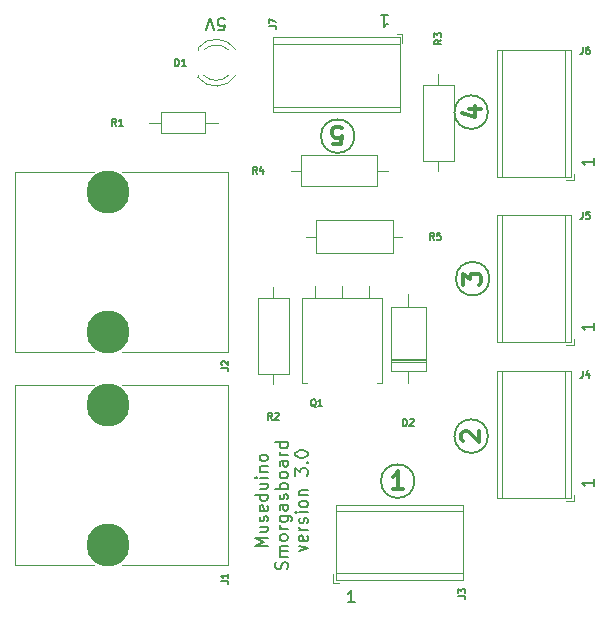
<source format=gbr>
G04 #@! TF.GenerationSoftware,KiCad,Pcbnew,(6.0.1-0)*
G04 #@! TF.CreationDate,2022-07-15T13:54:37-06:00*
G04 #@! TF.ProjectId,Muse_smorgas_v3.0.1_screwterminal,4d757365-5f73-46d6-9f72-6761735f7633,Smorg_3.0*
G04 #@! TF.SameCoordinates,Original*
G04 #@! TF.FileFunction,Legend,Top*
G04 #@! TF.FilePolarity,Positive*
%FSLAX46Y46*%
G04 Gerber Fmt 4.6, Leading zero omitted, Abs format (unit mm)*
G04 Created by KiCad (PCBNEW (6.0.1-0)) date 2022-07-15 13:54:37*
%MOMM*%
%LPD*%
G01*
G04 APERTURE LIST*
%ADD10C,0.200000*%
%ADD11C,0.152400*%
%ADD12C,0.300000*%
%ADD13C,0.150000*%
%ADD14C,0.120000*%
%ADD15C,3.650000*%
G04 APERTURE END LIST*
D10*
X44667714Y-25956380D02*
X45248285Y-25956380D01*
X44958000Y-25956380D02*
X44958000Y-26972380D01*
X45054761Y-26827238D01*
X45151523Y-26730476D01*
X45248285Y-26682095D01*
X62689619Y-38063714D02*
X62689619Y-38644285D01*
X62689619Y-38354000D02*
X61673619Y-38354000D01*
X61818761Y-38450761D01*
X61915523Y-38547523D01*
X61963904Y-38644285D01*
X62689619Y-52033714D02*
X62689619Y-52614285D01*
X62689619Y-52324000D02*
X61673619Y-52324000D01*
X61818761Y-52420761D01*
X61915523Y-52517523D01*
X61963904Y-52614285D01*
X62689619Y-65241714D02*
X62689619Y-65822285D01*
X62689619Y-65532000D02*
X61673619Y-65532000D01*
X61818761Y-65628761D01*
X61915523Y-65725523D01*
X61963904Y-65822285D01*
D11*
X35106500Y-70906000D02*
X34056500Y-70906000D01*
X34806500Y-70556000D01*
X34056500Y-70206000D01*
X35106500Y-70206000D01*
X34406500Y-69256000D02*
X35106500Y-69256000D01*
X34406500Y-69706000D02*
X34956500Y-69706000D01*
X35056500Y-69656000D01*
X35106500Y-69556000D01*
X35106500Y-69406000D01*
X35056500Y-69306000D01*
X35006500Y-69256000D01*
X35056500Y-68806000D02*
X35106500Y-68706000D01*
X35106500Y-68506000D01*
X35056500Y-68406000D01*
X34956500Y-68356000D01*
X34906500Y-68356000D01*
X34806500Y-68406000D01*
X34756500Y-68506000D01*
X34756500Y-68656000D01*
X34706500Y-68756000D01*
X34606500Y-68806000D01*
X34556500Y-68806000D01*
X34456500Y-68756000D01*
X34406500Y-68656000D01*
X34406500Y-68506000D01*
X34456500Y-68406000D01*
X35056500Y-67506000D02*
X35106500Y-67606000D01*
X35106500Y-67806000D01*
X35056500Y-67906000D01*
X34956500Y-67956000D01*
X34556500Y-67956000D01*
X34456500Y-67906000D01*
X34406500Y-67806000D01*
X34406500Y-67606000D01*
X34456500Y-67506000D01*
X34556500Y-67456000D01*
X34656500Y-67456000D01*
X34756500Y-67956000D01*
X35106500Y-66556000D02*
X34056500Y-66556000D01*
X35056500Y-66556000D02*
X35106500Y-66656000D01*
X35106500Y-66856000D01*
X35056500Y-66956000D01*
X35006500Y-67006000D01*
X34906500Y-67056000D01*
X34606500Y-67056000D01*
X34506500Y-67006000D01*
X34456500Y-66956000D01*
X34406500Y-66856000D01*
X34406500Y-66656000D01*
X34456500Y-66556000D01*
X34406500Y-65606000D02*
X35106500Y-65606000D01*
X34406500Y-66056000D02*
X34956500Y-66056000D01*
X35056500Y-66006000D01*
X35106500Y-65906000D01*
X35106500Y-65756000D01*
X35056500Y-65656000D01*
X35006500Y-65606000D01*
X35106500Y-65106000D02*
X34406500Y-65106000D01*
X34056500Y-65106000D02*
X34106500Y-65156000D01*
X34156500Y-65106000D01*
X34106500Y-65056000D01*
X34056500Y-65106000D01*
X34156500Y-65106000D01*
X34406500Y-64606000D02*
X35106500Y-64606000D01*
X34506500Y-64606000D02*
X34456500Y-64556000D01*
X34406500Y-64456000D01*
X34406500Y-64306000D01*
X34456500Y-64206000D01*
X34556500Y-64156000D01*
X35106500Y-64156000D01*
X35106500Y-63506000D02*
X35056500Y-63606000D01*
X35006500Y-63656000D01*
X34906500Y-63706000D01*
X34606500Y-63706000D01*
X34506500Y-63656000D01*
X34456500Y-63606000D01*
X34406500Y-63506000D01*
X34406500Y-63356000D01*
X34456500Y-63256000D01*
X34506500Y-63206000D01*
X34606500Y-63156000D01*
X34906500Y-63156000D01*
X35006500Y-63206000D01*
X35056500Y-63256000D01*
X35106500Y-63356000D01*
X35106500Y-63506000D01*
X36747000Y-72856000D02*
X36797000Y-72706000D01*
X36797000Y-72456000D01*
X36747000Y-72356000D01*
X36697000Y-72306000D01*
X36597000Y-72256000D01*
X36497000Y-72256000D01*
X36397000Y-72306000D01*
X36347000Y-72356000D01*
X36297000Y-72456000D01*
X36247000Y-72656000D01*
X36197000Y-72756000D01*
X36147000Y-72806000D01*
X36047000Y-72856000D01*
X35947000Y-72856000D01*
X35847000Y-72806000D01*
X35797000Y-72756000D01*
X35747000Y-72656000D01*
X35747000Y-72406000D01*
X35797000Y-72256000D01*
X36797000Y-71806000D02*
X36097000Y-71806000D01*
X36197000Y-71806000D02*
X36147000Y-71756000D01*
X36097000Y-71656000D01*
X36097000Y-71506000D01*
X36147000Y-71406000D01*
X36247000Y-71356000D01*
X36797000Y-71356000D01*
X36247000Y-71356000D02*
X36147000Y-71306000D01*
X36097000Y-71206000D01*
X36097000Y-71056000D01*
X36147000Y-70956000D01*
X36247000Y-70906000D01*
X36797000Y-70906000D01*
X36797000Y-70256000D02*
X36747000Y-70356000D01*
X36697000Y-70406000D01*
X36597000Y-70456000D01*
X36297000Y-70456000D01*
X36197000Y-70406000D01*
X36147000Y-70356000D01*
X36097000Y-70256000D01*
X36097000Y-70106000D01*
X36147000Y-70006000D01*
X36197000Y-69956000D01*
X36297000Y-69906000D01*
X36597000Y-69906000D01*
X36697000Y-69956000D01*
X36747000Y-70006000D01*
X36797000Y-70106000D01*
X36797000Y-70256000D01*
X36797000Y-69456000D02*
X36097000Y-69456000D01*
X36297000Y-69456000D02*
X36197000Y-69406000D01*
X36147000Y-69356000D01*
X36097000Y-69256000D01*
X36097000Y-69156000D01*
X36097000Y-68356000D02*
X36947000Y-68356000D01*
X37047000Y-68406000D01*
X37097000Y-68456000D01*
X37147000Y-68556000D01*
X37147000Y-68706000D01*
X37097000Y-68806000D01*
X36747000Y-68356000D02*
X36797000Y-68456000D01*
X36797000Y-68656000D01*
X36747000Y-68756000D01*
X36697000Y-68806000D01*
X36597000Y-68856000D01*
X36297000Y-68856000D01*
X36197000Y-68806000D01*
X36147000Y-68756000D01*
X36097000Y-68656000D01*
X36097000Y-68456000D01*
X36147000Y-68356000D01*
X36797000Y-67406000D02*
X36247000Y-67406000D01*
X36147000Y-67456000D01*
X36097000Y-67556000D01*
X36097000Y-67756000D01*
X36147000Y-67856000D01*
X36747000Y-67406000D02*
X36797000Y-67506000D01*
X36797000Y-67756000D01*
X36747000Y-67856000D01*
X36647000Y-67906000D01*
X36547000Y-67906000D01*
X36447000Y-67856000D01*
X36397000Y-67756000D01*
X36397000Y-67506000D01*
X36347000Y-67406000D01*
X36747000Y-66956000D02*
X36797000Y-66856000D01*
X36797000Y-66656000D01*
X36747000Y-66556000D01*
X36647000Y-66506000D01*
X36597000Y-66506000D01*
X36497000Y-66556000D01*
X36447000Y-66656000D01*
X36447000Y-66806000D01*
X36397000Y-66906000D01*
X36297000Y-66956000D01*
X36247000Y-66956000D01*
X36147000Y-66906000D01*
X36097000Y-66806000D01*
X36097000Y-66656000D01*
X36147000Y-66556000D01*
X36797000Y-66056000D02*
X35747000Y-66056000D01*
X36147000Y-66056000D02*
X36097000Y-65956000D01*
X36097000Y-65756000D01*
X36147000Y-65656000D01*
X36197000Y-65606000D01*
X36297000Y-65556000D01*
X36597000Y-65556000D01*
X36697000Y-65606000D01*
X36747000Y-65656000D01*
X36797000Y-65756000D01*
X36797000Y-65956000D01*
X36747000Y-66056000D01*
X36797000Y-64956000D02*
X36747000Y-65056000D01*
X36697000Y-65106000D01*
X36597000Y-65156000D01*
X36297000Y-65156000D01*
X36197000Y-65106000D01*
X36147000Y-65056000D01*
X36097000Y-64956000D01*
X36097000Y-64806000D01*
X36147000Y-64706000D01*
X36197000Y-64656000D01*
X36297000Y-64606000D01*
X36597000Y-64606000D01*
X36697000Y-64656000D01*
X36747000Y-64706000D01*
X36797000Y-64806000D01*
X36797000Y-64956000D01*
X36797000Y-63706000D02*
X36247000Y-63706000D01*
X36147000Y-63756000D01*
X36097000Y-63856000D01*
X36097000Y-64056000D01*
X36147000Y-64156000D01*
X36747000Y-63706000D02*
X36797000Y-63806000D01*
X36797000Y-64056000D01*
X36747000Y-64156000D01*
X36647000Y-64206000D01*
X36547000Y-64206000D01*
X36447000Y-64156000D01*
X36397000Y-64056000D01*
X36397000Y-63806000D01*
X36347000Y-63706000D01*
X36797000Y-63206000D02*
X36097000Y-63206000D01*
X36297000Y-63206000D02*
X36197000Y-63156000D01*
X36147000Y-63106000D01*
X36097000Y-63006000D01*
X36097000Y-62906000D01*
X36797000Y-62106000D02*
X35747000Y-62106000D01*
X36747000Y-62106000D02*
X36797000Y-62206000D01*
X36797000Y-62406000D01*
X36747000Y-62506000D01*
X36697000Y-62556000D01*
X36597000Y-62606000D01*
X36297000Y-62606000D01*
X36197000Y-62556000D01*
X36147000Y-62506000D01*
X36097000Y-62406000D01*
X36097000Y-62206000D01*
X36147000Y-62106000D01*
X37787500Y-71356000D02*
X38487500Y-71106000D01*
X37787500Y-70856000D01*
X38437500Y-70056000D02*
X38487500Y-70156000D01*
X38487500Y-70356000D01*
X38437500Y-70456000D01*
X38337500Y-70506000D01*
X37937500Y-70506000D01*
X37837500Y-70456000D01*
X37787500Y-70356000D01*
X37787500Y-70156000D01*
X37837500Y-70056000D01*
X37937500Y-70006000D01*
X38037500Y-70006000D01*
X38137500Y-70506000D01*
X38487500Y-69556000D02*
X37787500Y-69556000D01*
X37987500Y-69556000D02*
X37887500Y-69506000D01*
X37837500Y-69456000D01*
X37787500Y-69356000D01*
X37787500Y-69256000D01*
X38437500Y-68956000D02*
X38487500Y-68856000D01*
X38487500Y-68656000D01*
X38437500Y-68556000D01*
X38337500Y-68506000D01*
X38287500Y-68506000D01*
X38187500Y-68556000D01*
X38137500Y-68656000D01*
X38137500Y-68806000D01*
X38087500Y-68906000D01*
X37987500Y-68956000D01*
X37937500Y-68956000D01*
X37837500Y-68906000D01*
X37787500Y-68806000D01*
X37787500Y-68656000D01*
X37837500Y-68556000D01*
X38487500Y-68056000D02*
X37787500Y-68056000D01*
X37437500Y-68056000D02*
X37487500Y-68106000D01*
X37537500Y-68056000D01*
X37487500Y-68006000D01*
X37437500Y-68056000D01*
X37537500Y-68056000D01*
X38487500Y-67406000D02*
X38437500Y-67506000D01*
X38387500Y-67556000D01*
X38287500Y-67606000D01*
X37987500Y-67606000D01*
X37887500Y-67556000D01*
X37837500Y-67506000D01*
X37787500Y-67406000D01*
X37787500Y-67256000D01*
X37837500Y-67156000D01*
X37887500Y-67106000D01*
X37987500Y-67056000D01*
X38287500Y-67056000D01*
X38387500Y-67106000D01*
X38437500Y-67156000D01*
X38487500Y-67256000D01*
X38487500Y-67406000D01*
X37787500Y-66606000D02*
X38487500Y-66606000D01*
X37887500Y-66606000D02*
X37837500Y-66556000D01*
X37787500Y-66456000D01*
X37787500Y-66306000D01*
X37837500Y-66206000D01*
X37937500Y-66156000D01*
X38487500Y-66156000D01*
X37437500Y-64956000D02*
X37437500Y-64306000D01*
X37837500Y-64656000D01*
X37837500Y-64506000D01*
X37887500Y-64406000D01*
X37937500Y-64356000D01*
X38037500Y-64306000D01*
X38287500Y-64306000D01*
X38387500Y-64356000D01*
X38437500Y-64406000D01*
X38487500Y-64506000D01*
X38487500Y-64806000D01*
X38437500Y-64906000D01*
X38387500Y-64956000D01*
X38387500Y-63856000D02*
X38437500Y-63806000D01*
X38487500Y-63856000D01*
X38437500Y-63906000D01*
X38387500Y-63856000D01*
X38487500Y-63856000D01*
X37437500Y-63156000D02*
X37437500Y-63056000D01*
X37487500Y-62956000D01*
X37537500Y-62906000D01*
X37637500Y-62856000D01*
X37837500Y-62806000D01*
X38087500Y-62806000D01*
X38287500Y-62856000D01*
X38387500Y-62906000D01*
X38437500Y-62956000D01*
X38487500Y-63056000D01*
X38487500Y-63156000D01*
X38437500Y-63256000D01*
X38387500Y-63306000D01*
X38287500Y-63356000D01*
X38087500Y-63406000D01*
X37837500Y-63406000D01*
X37637500Y-63356000D01*
X37537500Y-63306000D01*
X37487500Y-63256000D01*
X37437500Y-63156000D01*
X30927523Y-27226380D02*
X31411333Y-27226380D01*
X31459714Y-26742571D01*
X31411333Y-26790952D01*
X31314571Y-26839333D01*
X31072666Y-26839333D01*
X30975904Y-26790952D01*
X30927523Y-26742571D01*
X30879142Y-26645809D01*
X30879142Y-26403904D01*
X30927523Y-26307142D01*
X30975904Y-26258761D01*
X31072666Y-26210380D01*
X31314571Y-26210380D01*
X31411333Y-26258761D01*
X31459714Y-26307142D01*
X30588857Y-27226380D02*
X30250190Y-26210380D01*
X29911523Y-27226380D01*
D10*
X42454285Y-75643619D02*
X41873714Y-75643619D01*
X42164000Y-75643619D02*
X42164000Y-74627619D01*
X42067238Y-74772761D01*
X41970476Y-74869523D01*
X41873714Y-74917904D01*
D12*
X52129571Y-33877285D02*
X53129571Y-33877285D01*
X51558142Y-34234428D02*
X52629571Y-34591571D01*
X52629571Y-33663000D01*
D10*
X53743903Y-34163000D02*
G75*
G03*
X53743903Y-34163000I-1419903J0D01*
G01*
D12*
X40618857Y-36897428D02*
X41333142Y-36897428D01*
X41404571Y-36183142D01*
X41333142Y-36254571D01*
X41190285Y-36326000D01*
X40833142Y-36326000D01*
X40690285Y-36254571D01*
X40618857Y-36183142D01*
X40547428Y-36040285D01*
X40547428Y-35683142D01*
X40618857Y-35540285D01*
X40690285Y-35468857D01*
X40833142Y-35397428D01*
X41190285Y-35397428D01*
X41333142Y-35468857D01*
X41404571Y-35540285D01*
D10*
X42440903Y-36195000D02*
G75*
G03*
X42440903Y-36195000I-1419903J0D01*
G01*
D12*
X51629571Y-48760000D02*
X51629571Y-47831428D01*
X52201000Y-48331428D01*
X52201000Y-48117142D01*
X52272428Y-47974285D01*
X52343857Y-47902857D01*
X52486714Y-47831428D01*
X52843857Y-47831428D01*
X52986714Y-47902857D01*
X53058142Y-47974285D01*
X53129571Y-48117142D01*
X53129571Y-48545714D01*
X53058142Y-48688571D01*
X52986714Y-48760000D01*
D10*
X53870903Y-48260000D02*
G75*
G03*
X53870903Y-48260000I-1419903J0D01*
G01*
X47520903Y-65405000D02*
G75*
G03*
X47520903Y-65405000I-1419903J0D01*
G01*
X53743903Y-61595000D02*
G75*
G03*
X53743903Y-61595000I-1419903J0D01*
G01*
D12*
X51645428Y-62023571D02*
X51574000Y-61952142D01*
X51502571Y-61809285D01*
X51502571Y-61452142D01*
X51574000Y-61309285D01*
X51645428Y-61237857D01*
X51788285Y-61166428D01*
X51931142Y-61166428D01*
X52145428Y-61237857D01*
X53002571Y-62095000D01*
X53002571Y-61166428D01*
X46529571Y-66083571D02*
X45672428Y-66083571D01*
X46101000Y-66083571D02*
X46101000Y-64583571D01*
X45958142Y-64797857D01*
X45815285Y-64940714D01*
X45672428Y-65012142D01*
D13*
X61776000Y-28627428D02*
X61776000Y-29056000D01*
X61747428Y-29141714D01*
X61690285Y-29198857D01*
X61604571Y-29227428D01*
X61547428Y-29227428D01*
X62318857Y-28627428D02*
X62204571Y-28627428D01*
X62147428Y-28656000D01*
X62118857Y-28684571D01*
X62061714Y-28770285D01*
X62033142Y-28884571D01*
X62033142Y-29113142D01*
X62061714Y-29170285D01*
X62090285Y-29198857D01*
X62147428Y-29227428D01*
X62261714Y-29227428D01*
X62318857Y-29198857D01*
X62347428Y-29170285D01*
X62376000Y-29113142D01*
X62376000Y-28970285D01*
X62347428Y-28913142D01*
X62318857Y-28884571D01*
X62261714Y-28856000D01*
X62147428Y-28856000D01*
X62090285Y-28884571D01*
X62061714Y-28913142D01*
X62033142Y-28970285D01*
X61776000Y-56059428D02*
X61776000Y-56488000D01*
X61747428Y-56573714D01*
X61690285Y-56630857D01*
X61604571Y-56659428D01*
X61547428Y-56659428D01*
X62318857Y-56259428D02*
X62318857Y-56659428D01*
X62176000Y-56030857D02*
X62033142Y-56459428D01*
X62404571Y-56459428D01*
X61776000Y-42597428D02*
X61776000Y-43026000D01*
X61747428Y-43111714D01*
X61690285Y-43168857D01*
X61604571Y-43197428D01*
X61547428Y-43197428D01*
X62347428Y-42597428D02*
X62061714Y-42597428D01*
X62033142Y-42883142D01*
X62061714Y-42854571D01*
X62118857Y-42826000D01*
X62261714Y-42826000D01*
X62318857Y-42854571D01*
X62347428Y-42883142D01*
X62376000Y-42940285D01*
X62376000Y-43083142D01*
X62347428Y-43140285D01*
X62318857Y-43168857D01*
X62261714Y-43197428D01*
X62118857Y-43197428D01*
X62061714Y-43168857D01*
X62033142Y-43140285D01*
X51233428Y-75130000D02*
X51662000Y-75130000D01*
X51747714Y-75158571D01*
X51804857Y-75215714D01*
X51833428Y-75301428D01*
X51833428Y-75358571D01*
X51233428Y-74901428D02*
X51233428Y-74530000D01*
X51462000Y-74730000D01*
X51462000Y-74644285D01*
X51490571Y-74587142D01*
X51519142Y-74558571D01*
X51576285Y-74530000D01*
X51719142Y-74530000D01*
X51776285Y-74558571D01*
X51804857Y-74587142D01*
X51833428Y-74644285D01*
X51833428Y-74815714D01*
X51804857Y-74872857D01*
X51776285Y-74901428D01*
X35231428Y-26870000D02*
X35660000Y-26870000D01*
X35745714Y-26898571D01*
X35802857Y-26955714D01*
X35831428Y-27041428D01*
X35831428Y-27098571D01*
X35231428Y-26641428D02*
X35231428Y-26241428D01*
X35831428Y-26498571D01*
X46547142Y-60723428D02*
X46547142Y-60123428D01*
X46690000Y-60123428D01*
X46775714Y-60152000D01*
X46832857Y-60209142D01*
X46861428Y-60266285D01*
X46890000Y-60380571D01*
X46890000Y-60466285D01*
X46861428Y-60580571D01*
X46832857Y-60637714D01*
X46775714Y-60694857D01*
X46690000Y-60723428D01*
X46547142Y-60723428D01*
X47118571Y-60180571D02*
X47147142Y-60152000D01*
X47204285Y-60123428D01*
X47347142Y-60123428D01*
X47404285Y-60152000D01*
X47432857Y-60180571D01*
X47461428Y-60237714D01*
X47461428Y-60294857D01*
X47432857Y-60380571D01*
X47090000Y-60723428D01*
X47461428Y-60723428D01*
X49176000Y-44975428D02*
X48976000Y-44689714D01*
X48833142Y-44975428D02*
X48833142Y-44375428D01*
X49061714Y-44375428D01*
X49118857Y-44404000D01*
X49147428Y-44432571D01*
X49176000Y-44489714D01*
X49176000Y-44575428D01*
X49147428Y-44632571D01*
X49118857Y-44661142D01*
X49061714Y-44689714D01*
X48833142Y-44689714D01*
X49718857Y-44375428D02*
X49433142Y-44375428D01*
X49404571Y-44661142D01*
X49433142Y-44632571D01*
X49490285Y-44604000D01*
X49633142Y-44604000D01*
X49690285Y-44632571D01*
X49718857Y-44661142D01*
X49747428Y-44718285D01*
X49747428Y-44861142D01*
X49718857Y-44918285D01*
X49690285Y-44946857D01*
X49633142Y-44975428D01*
X49490285Y-44975428D01*
X49433142Y-44946857D01*
X49404571Y-44918285D01*
X22252000Y-35323428D02*
X22052000Y-35037714D01*
X21909142Y-35323428D02*
X21909142Y-34723428D01*
X22137714Y-34723428D01*
X22194857Y-34752000D01*
X22223428Y-34780571D01*
X22252000Y-34837714D01*
X22252000Y-34923428D01*
X22223428Y-34980571D01*
X22194857Y-35009142D01*
X22137714Y-35037714D01*
X21909142Y-35037714D01*
X22823428Y-35323428D02*
X22480571Y-35323428D01*
X22652000Y-35323428D02*
X22652000Y-34723428D01*
X22594857Y-34809142D01*
X22537714Y-34866285D01*
X22480571Y-34894857D01*
X27243142Y-30243428D02*
X27243142Y-29643428D01*
X27386000Y-29643428D01*
X27471714Y-29672000D01*
X27528857Y-29729142D01*
X27557428Y-29786285D01*
X27586000Y-29900571D01*
X27586000Y-29986285D01*
X27557428Y-30100571D01*
X27528857Y-30157714D01*
X27471714Y-30214857D01*
X27386000Y-30243428D01*
X27243142Y-30243428D01*
X28157428Y-30243428D02*
X27814571Y-30243428D01*
X27986000Y-30243428D02*
X27986000Y-29643428D01*
X27928857Y-29729142D01*
X27871714Y-29786285D01*
X27814571Y-29814857D01*
X31167428Y-73860000D02*
X31596000Y-73860000D01*
X31681714Y-73888571D01*
X31738857Y-73945714D01*
X31767428Y-74031428D01*
X31767428Y-74088571D01*
X31767428Y-73260000D02*
X31767428Y-73602857D01*
X31767428Y-73431428D02*
X31167428Y-73431428D01*
X31253142Y-73488571D01*
X31310285Y-73545714D01*
X31338857Y-73602857D01*
X31167428Y-55826000D02*
X31596000Y-55826000D01*
X31681714Y-55854571D01*
X31738857Y-55911714D01*
X31767428Y-55997428D01*
X31767428Y-56054571D01*
X31224571Y-55568857D02*
X31196000Y-55540285D01*
X31167428Y-55483142D01*
X31167428Y-55340285D01*
X31196000Y-55283142D01*
X31224571Y-55254571D01*
X31281714Y-55226000D01*
X31338857Y-55226000D01*
X31424571Y-55254571D01*
X31767428Y-55597428D01*
X31767428Y-55226000D01*
X35460000Y-60215428D02*
X35260000Y-59929714D01*
X35117142Y-60215428D02*
X35117142Y-59615428D01*
X35345714Y-59615428D01*
X35402857Y-59644000D01*
X35431428Y-59672571D01*
X35460000Y-59729714D01*
X35460000Y-59815428D01*
X35431428Y-59872571D01*
X35402857Y-59901142D01*
X35345714Y-59929714D01*
X35117142Y-59929714D01*
X35688571Y-59672571D02*
X35717142Y-59644000D01*
X35774285Y-59615428D01*
X35917142Y-59615428D01*
X35974285Y-59644000D01*
X36002857Y-59672571D01*
X36031428Y-59729714D01*
X36031428Y-59786857D01*
X36002857Y-59872571D01*
X35660000Y-60215428D01*
X36031428Y-60215428D01*
X49801428Y-28040000D02*
X49515714Y-28240000D01*
X49801428Y-28382857D02*
X49201428Y-28382857D01*
X49201428Y-28154285D01*
X49230000Y-28097142D01*
X49258571Y-28068571D01*
X49315714Y-28040000D01*
X49401428Y-28040000D01*
X49458571Y-28068571D01*
X49487142Y-28097142D01*
X49515714Y-28154285D01*
X49515714Y-28382857D01*
X49201428Y-27840000D02*
X49201428Y-27468571D01*
X49430000Y-27668571D01*
X49430000Y-27582857D01*
X49458571Y-27525714D01*
X49487142Y-27497142D01*
X49544285Y-27468571D01*
X49687142Y-27468571D01*
X49744285Y-27497142D01*
X49772857Y-27525714D01*
X49801428Y-27582857D01*
X49801428Y-27754285D01*
X49772857Y-27811428D01*
X49744285Y-27840000D01*
X34190000Y-39387428D02*
X33990000Y-39101714D01*
X33847142Y-39387428D02*
X33847142Y-38787428D01*
X34075714Y-38787428D01*
X34132857Y-38816000D01*
X34161428Y-38844571D01*
X34190000Y-38901714D01*
X34190000Y-38987428D01*
X34161428Y-39044571D01*
X34132857Y-39073142D01*
X34075714Y-39101714D01*
X33847142Y-39101714D01*
X34704285Y-38987428D02*
X34704285Y-39387428D01*
X34561428Y-38758857D02*
X34418571Y-39187428D01*
X34790000Y-39187428D01*
X39185857Y-59129571D02*
X39128714Y-59101000D01*
X39071571Y-59043857D01*
X38985857Y-58958142D01*
X38928714Y-58929571D01*
X38871571Y-58929571D01*
X38900142Y-59072428D02*
X38843000Y-59043857D01*
X38785857Y-58986714D01*
X38757285Y-58872428D01*
X38757285Y-58672428D01*
X38785857Y-58558142D01*
X38843000Y-58501000D01*
X38900142Y-58472428D01*
X39014428Y-58472428D01*
X39071571Y-58501000D01*
X39128714Y-58558142D01*
X39157285Y-58672428D01*
X39157285Y-58872428D01*
X39128714Y-58986714D01*
X39071571Y-59043857D01*
X39014428Y-59072428D01*
X38900142Y-59072428D01*
X39728714Y-59072428D02*
X39385857Y-59072428D01*
X39557285Y-59072428D02*
X39557285Y-58472428D01*
X39500142Y-58558142D01*
X39443000Y-58615285D01*
X39385857Y-58643857D01*
D14*
X61058000Y-39900000D02*
X61058000Y-39400000D01*
X60318000Y-39900000D02*
X61058000Y-39900000D01*
X54498000Y-28920000D02*
X60818000Y-28920000D01*
X54498000Y-39660000D02*
X60818000Y-39660000D01*
X60818000Y-39660000D02*
X60818000Y-28920000D01*
X54498000Y-39660000D02*
X54498000Y-28920000D01*
X54958000Y-39660000D02*
X54958000Y-28920000D01*
X60258000Y-39660000D02*
X60258000Y-28920000D01*
X61058000Y-67078000D02*
X61058000Y-66578000D01*
X60318000Y-67078000D02*
X61058000Y-67078000D01*
X54498000Y-56098000D02*
X60818000Y-56098000D01*
X54498000Y-66838000D02*
X60818000Y-66838000D01*
X60818000Y-66838000D02*
X60818000Y-56098000D01*
X54498000Y-66838000D02*
X54498000Y-56098000D01*
X54958000Y-66838000D02*
X54958000Y-56098000D01*
X60258000Y-66838000D02*
X60258000Y-56098000D01*
X61058000Y-53870000D02*
X61058000Y-53370000D01*
X60318000Y-53870000D02*
X61058000Y-53870000D01*
X54498000Y-42890000D02*
X60818000Y-42890000D01*
X54498000Y-53630000D02*
X60818000Y-53630000D01*
X60818000Y-53630000D02*
X60818000Y-42890000D01*
X54498000Y-53630000D02*
X54498000Y-42890000D01*
X54958000Y-53630000D02*
X54958000Y-42890000D01*
X60258000Y-53630000D02*
X60258000Y-42890000D01*
X40618000Y-74012000D02*
X41118000Y-74012000D01*
X40618000Y-73272000D02*
X40618000Y-74012000D01*
X51598000Y-67452000D02*
X51598000Y-73772000D01*
X40858000Y-67452000D02*
X40858000Y-73772000D01*
X40858000Y-73772000D02*
X51598000Y-73772000D01*
X40858000Y-67452000D02*
X51598000Y-67452000D01*
X40858000Y-67912000D02*
X51598000Y-67912000D01*
X40858000Y-73212000D02*
X51598000Y-73212000D01*
X46504000Y-27588000D02*
X46004000Y-27588000D01*
X46504000Y-28328000D02*
X46504000Y-27588000D01*
X35524000Y-34148000D02*
X35524000Y-27828000D01*
X46264000Y-34148000D02*
X46264000Y-27828000D01*
X46264000Y-27828000D02*
X35524000Y-27828000D01*
X46264000Y-34148000D02*
X35524000Y-34148000D01*
X46264000Y-33688000D02*
X35524000Y-33688000D01*
X46264000Y-28388000D02*
X35524000Y-28388000D01*
X45520000Y-56060000D02*
X48460000Y-56060000D01*
X48460000Y-56060000D02*
X48460000Y-50620000D01*
X48460000Y-50620000D02*
X45520000Y-50620000D01*
X45520000Y-50620000D02*
X45520000Y-56060000D01*
X46990000Y-57080000D02*
X46990000Y-56060000D01*
X46990000Y-49600000D02*
X46990000Y-50620000D01*
X45520000Y-55160000D02*
X48460000Y-55160000D01*
X45520000Y-55040000D02*
X48460000Y-55040000D01*
X45520000Y-55280000D02*
X48460000Y-55280000D01*
X38378000Y-44704000D02*
X39148000Y-44704000D01*
X46458000Y-44704000D02*
X45688000Y-44704000D01*
X39148000Y-46074000D02*
X45688000Y-46074000D01*
X39148000Y-43334000D02*
X39148000Y-46074000D01*
X45688000Y-43334000D02*
X39148000Y-43334000D01*
X45688000Y-46074000D02*
X45688000Y-43334000D01*
X26080000Y-34192000D02*
X26080000Y-35912000D01*
X26080000Y-35912000D02*
X29800000Y-35912000D01*
X29800000Y-35912000D02*
X29800000Y-34192000D01*
X29800000Y-34192000D02*
X26080000Y-34192000D01*
X25010000Y-35052000D02*
X26080000Y-35052000D01*
X30870000Y-35052000D02*
X29800000Y-35052000D01*
X32406335Y-28893392D02*
G75*
G03*
X29174000Y-28736484I-1672335J-1078608D01*
G01*
X29174000Y-31207516D02*
G75*
G03*
X32406335Y-31050608I1560000J1235516D01*
G01*
X31775130Y-28892163D02*
G75*
G03*
X29693039Y-28892000I-1041130J-1079837D01*
G01*
X29693039Y-31052000D02*
G75*
G03*
X31775130Y-31051837I1040961J1080000D01*
G01*
X29174000Y-28736000D02*
X29174000Y-28892000D01*
X29174000Y-31052000D02*
X29174000Y-31208000D01*
X13720000Y-57282000D02*
X13720000Y-72522000D01*
X31750000Y-72522000D02*
X22760000Y-72512000D01*
X31750000Y-72522000D02*
X31750000Y-57282000D01*
X31750000Y-57282000D02*
X22750000Y-57282000D01*
X20420000Y-72512000D02*
X13720000Y-72522000D01*
X20430000Y-57282000D02*
X13720000Y-57282000D01*
X13720000Y-39248000D02*
X13720000Y-54488000D01*
X31750000Y-54488000D02*
X22760000Y-54478000D01*
X31750000Y-54488000D02*
X31750000Y-39248000D01*
X31750000Y-39248000D02*
X22750000Y-39248000D01*
X20420000Y-54478000D02*
X13720000Y-54488000D01*
X20430000Y-39248000D02*
X13720000Y-39248000D01*
X36870000Y-49876000D02*
X34250000Y-49876000D01*
X34250000Y-49876000D02*
X34250000Y-56296000D01*
X34250000Y-56296000D02*
X36870000Y-56296000D01*
X36870000Y-56296000D02*
X36870000Y-49876000D01*
X35560000Y-48986000D02*
X35560000Y-49876000D01*
X35560000Y-57186000D02*
X35560000Y-56296000D01*
X48220000Y-38262000D02*
X50840000Y-38262000D01*
X50840000Y-38262000D02*
X50840000Y-31842000D01*
X50840000Y-31842000D02*
X48220000Y-31842000D01*
X48220000Y-31842000D02*
X48220000Y-38262000D01*
X49530000Y-39152000D02*
X49530000Y-38262000D01*
X49530000Y-30952000D02*
X49530000Y-31842000D01*
X37938000Y-37806000D02*
X37938000Y-40426000D01*
X37938000Y-40426000D02*
X44358000Y-40426000D01*
X44358000Y-40426000D02*
X44358000Y-37806000D01*
X44358000Y-37806000D02*
X37938000Y-37806000D01*
X37048000Y-39116000D02*
X37938000Y-39116000D01*
X45248000Y-39116000D02*
X44358000Y-39116000D01*
X44759000Y-49886000D02*
X38018000Y-49886000D01*
X44759000Y-57126000D02*
X44389000Y-57126000D01*
X38387000Y-57126000D02*
X38018000Y-57126000D01*
X44759000Y-57126000D02*
X44759000Y-49886000D01*
X38018000Y-57126000D02*
X38018000Y-49886000D01*
X43688000Y-49886000D02*
X43688000Y-48856000D01*
X41388000Y-49886000D02*
X41388000Y-48872000D01*
X39088000Y-49886000D02*
X39088000Y-48872000D01*
D15*
X21590000Y-70832000D03*
X21590000Y-58962000D03*
X21590000Y-52798000D03*
X21590000Y-40928000D03*
M02*

</source>
